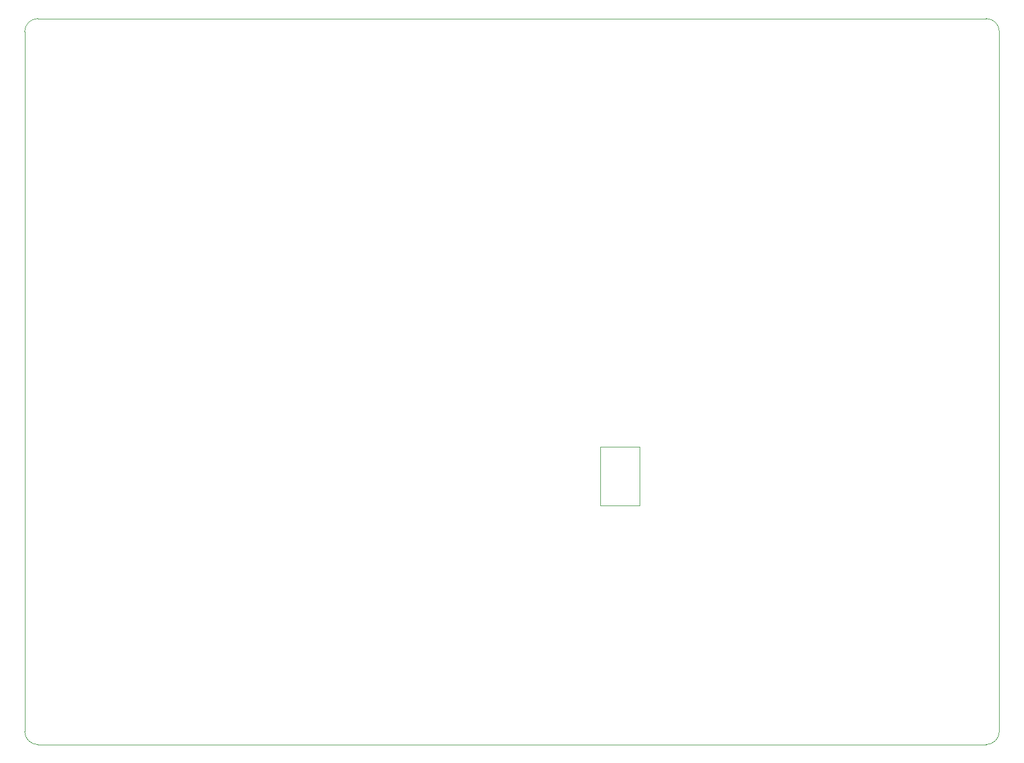
<source format=gbr>
G04 #@! TF.FileFunction,Profile,NP*
%FSLAX46Y46*%
G04 Gerber Fmt 4.6, Leading zero omitted, Abs format (unit mm)*
G04 Created by KiCad (PCBNEW 4.0.7) date 07/03/18 00:43:42*
%MOMM*%
%LPD*%
G01*
G04 APERTURE LIST*
%ADD10C,0.100000*%
G04 APERTURE END LIST*
D10*
X169500000Y-103500000D02*
X163500000Y-103500000D01*
X169500000Y-112500000D02*
X169500000Y-103500000D01*
X163500000Y-112500000D02*
X169500000Y-112500000D01*
X163500000Y-103500000D02*
X163500000Y-112500000D01*
X75500000Y-147000000D02*
G75*
G03X77500000Y-149000000I2000000J0D01*
G01*
X77500000Y-38000000D02*
G75*
G03X75500000Y-40000000I0J-2000000D01*
G01*
X224500000Y-40000000D02*
G75*
G03X222500000Y-38000000I-2000000J0D01*
G01*
X222500000Y-149000000D02*
G75*
G03X224500000Y-147000000I0J2000000D01*
G01*
X224500000Y-40000000D02*
X224500000Y-147000000D01*
X77500000Y-38000000D02*
X222500000Y-38000000D01*
X77500000Y-149000000D02*
X222500000Y-149000000D01*
X75500000Y-40000000D02*
X75500000Y-147000000D01*
M02*

</source>
